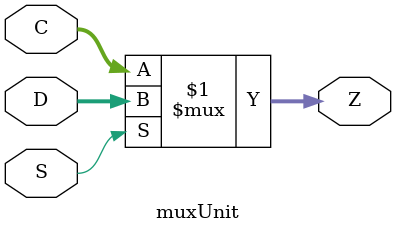
<source format=v>
module testBench();
	reg [7:0]  a, b;
	reg s;
	wire [7:0] z;

	logicSelector l1(a,b,s,z);	

	initial
	begin
		$monitor("a= %0d, b=%0d, s=%b, z=%0d",a,b,s,z);
		$dumpfile("logicsel.vcd");
		$dumpvars(0, l1);

		a = 8'd2; b=8'd54; s=1'b0;
		#5;
		a = 8'd2; b=8'd7; s=1'b0;
		#5;	
		a = 8'd2; b=8'd14; s=1'b1;
		#5;
		a = 8'd2; b=8'd14; s=1'b0;
		#5;
		a = 8'd27; b=8'd14; s=1'b0;
		#5;
		$finish;
		
	end
	
endmodule

module logicSelector(A, B, S, Z);
	input [7:0] A;
	input [7:0] B;
	output [7:0] Z;
	input S;
	wire [7:0] C, D;

	andUnit a(A, B, C);
	orUnit o(A,B,D);

	
	muxUnit u(C, D, S, Z);
	 
endmodule

module andUnit(A, B, C);
	input [7:0] A;
	input [7:0] B;
	output [7:0] C;

	assign C = A & B;

endmodule

module orUnit(A, B, C);

	input [7:0] A;
	input [7:0] B;
	output [7:0] C;

	assign C = A | B;

endmodule

module muxUnit(C, D, S, Z);
	
	input [7:0] C;
	input [7:0] D;
	input S;
	output [7:0] Z;

	assign Z = S ? D : C;

endmodule

</source>
